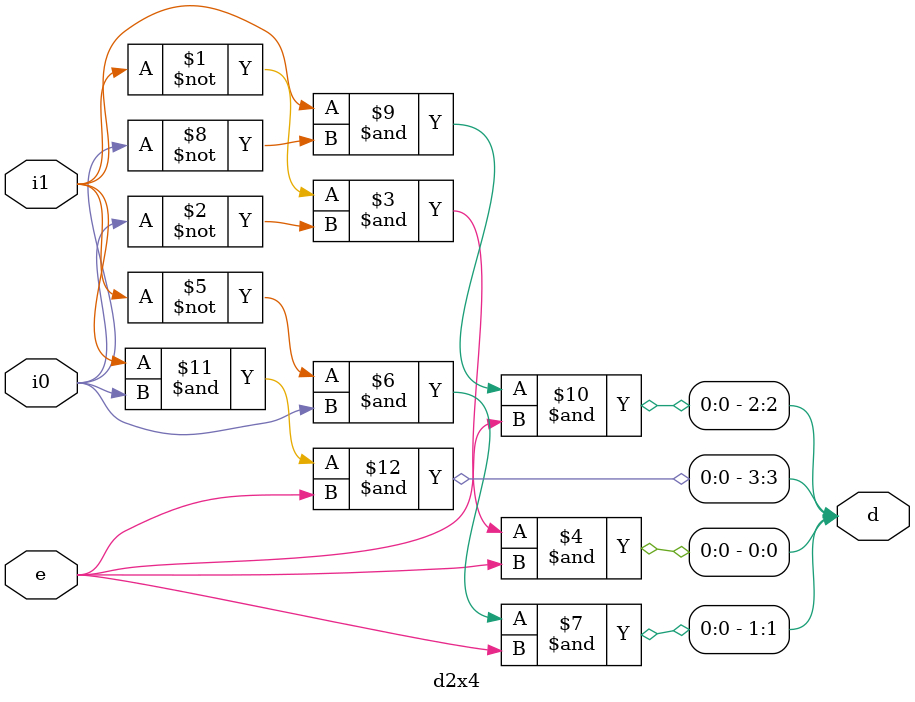
<source format=v>
module d2x4(i0,i1,e,d);
input i0,i1,e;
output [3:0]d;
assign d[0]=~i1 & (~i0) & e;
assign d[1]=~i1 & i0 & e;
assign d[2]=i1 & (~i0) & e;
assign d[3]=i1 & i0 & e;
endmodule


</source>
